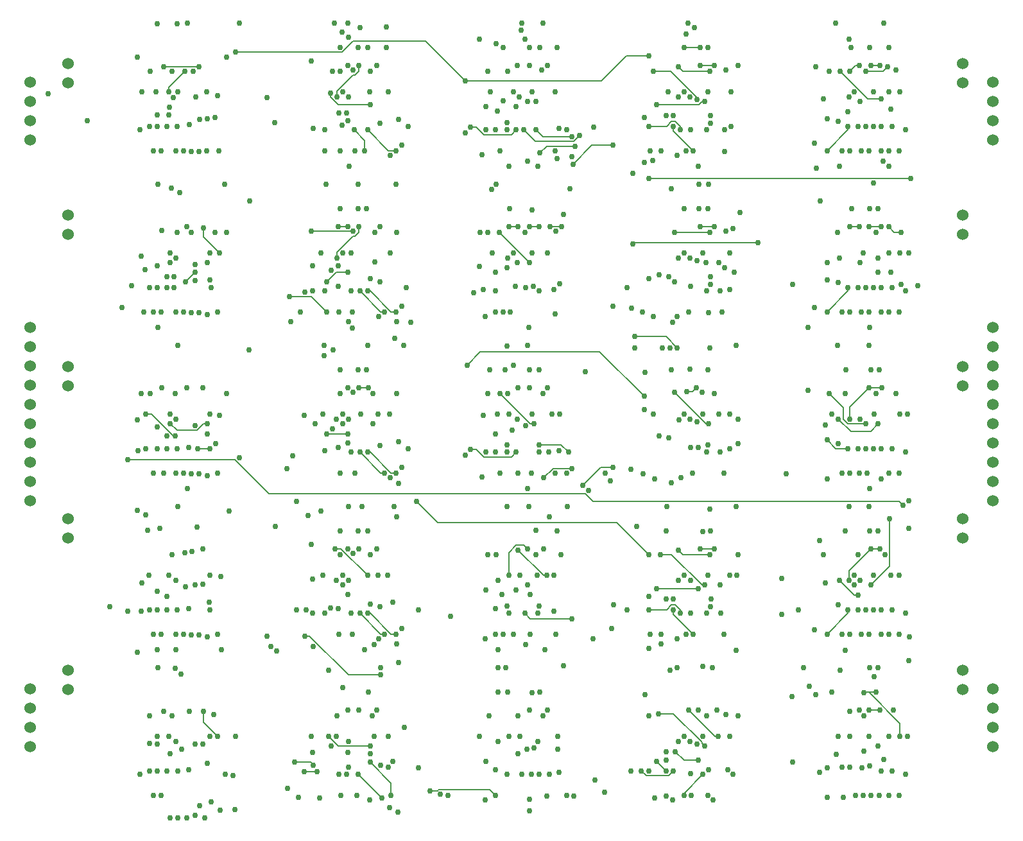
<source format=gbr>
G04 EAGLE Gerber RS-274X export*
G75*
%MOMM*%
%FSLAX34Y34*%
%LPD*%
%INCopper Layer 2*%
%IPPOS*%
%AMOC8*
5,1,8,0,0,1.08239X$1,22.5*%
G01*
%ADD10C,1.524000*%
%ADD11C,0.152400*%
%ADD12C,0.756400*%


D10*
X-100000Y435700D03*
X-100000Y461100D03*
X-100000Y486500D03*
X-100000Y511900D03*
X-100000Y537300D03*
X-100000Y562700D03*
X-100000Y588100D03*
X-100000Y613500D03*
X-100000Y638900D03*
X-100000Y664300D03*
X1170000Y435700D03*
X1170000Y461100D03*
X1170000Y486500D03*
X1170000Y511900D03*
X1170000Y537300D03*
X1170000Y562700D03*
X1170000Y588100D03*
X1170000Y613500D03*
X1170000Y638900D03*
X1170000Y664300D03*
X-100000Y111900D03*
X-100000Y137300D03*
X-100000Y162700D03*
X-100000Y188100D03*
X-100000Y911900D03*
X-100000Y937300D03*
X-100000Y962700D03*
X-100000Y988100D03*
X-50000Y187300D03*
X-50000Y212700D03*
X1130000Y187300D03*
X1130000Y212700D03*
X-50000Y387300D03*
X-50000Y412700D03*
X1130000Y387300D03*
X1130000Y412700D03*
X-50000Y587300D03*
X-50000Y612700D03*
X1130000Y587300D03*
X1130000Y612700D03*
X-50000Y787300D03*
X-50000Y812700D03*
X1130000Y787300D03*
X1130000Y812700D03*
X-50000Y987300D03*
X-50000Y1012700D03*
X1130000Y987300D03*
X1130000Y1012700D03*
X1170000Y911900D03*
X1170000Y937300D03*
X1170000Y962700D03*
X1170000Y988100D03*
X1170000Y111900D03*
X1170000Y137300D03*
X1170000Y162700D03*
X1170000Y188100D03*
D11*
X362500Y206250D02*
X320000Y206250D01*
X268750Y257500D01*
X262500Y257500D01*
D12*
X107500Y1066250D03*
X335000Y1060000D03*
X547500Y1056250D03*
X776250Y1060000D03*
X262500Y257500D03*
X212500Y257500D03*
X337500Y428750D03*
X223750Y402500D03*
X362500Y206250D03*
X557500Y428750D03*
X98750Y207500D03*
X800000Y216250D03*
X1018750Y216250D03*
X1007500Y452500D03*
X897500Y471250D03*
X1007500Y665000D03*
X926250Y665000D03*
X920000Y216250D03*
X1025000Y883750D03*
X320000Y672500D03*
X243750Y672500D03*
X557500Y665000D03*
X332500Y853750D03*
X190000Y831250D03*
X508750Y846250D03*
X782500Y853750D03*
X906250Y721250D03*
X93750Y790000D03*
X143750Y790000D03*
X312500Y762500D03*
X112500Y790000D03*
X91250Y577500D03*
X58750Y577500D03*
X87500Y365000D03*
X55000Y397500D03*
X312500Y337500D03*
X358750Y337500D03*
X286250Y337500D03*
X312500Y550000D03*
X358750Y550000D03*
X286250Y550000D03*
X336250Y550000D03*
X283750Y762500D03*
X537500Y762500D03*
X593750Y791250D03*
X562500Y762500D03*
X510000Y762500D03*
X717500Y897500D03*
X732500Y897500D03*
X765000Y897500D03*
X762500Y975000D03*
X793750Y975000D03*
X817500Y1003750D03*
X548750Y1066250D03*
X595000Y1033750D03*
X592500Y897500D03*
X741250Y975000D03*
X607500Y925000D03*
X87500Y1002500D03*
X58750Y1002500D03*
X318750Y1066250D03*
X370000Y1033750D03*
X312500Y975000D03*
X537500Y975000D03*
X562500Y975000D03*
X507500Y975000D03*
X762500Y550000D03*
X808750Y550000D03*
X787500Y550000D03*
X710000Y556250D03*
X762500Y762500D03*
X817500Y791250D03*
X787500Y762500D03*
X828750Y737500D03*
X987500Y975000D03*
X1042500Y1003750D03*
X1012500Y975000D03*
X982500Y1033750D03*
X1042500Y577500D03*
X957500Y550000D03*
X1013750Y550000D03*
X1018750Y737500D03*
X1035000Y737500D03*
X926250Y581250D03*
X936250Y1008750D03*
X987500Y337500D03*
X1035000Y337500D03*
X1012500Y337500D03*
X941250Y383750D03*
X891250Y333750D03*
X87500Y152500D03*
X142500Y153750D03*
X57500Y152500D03*
X531250Y550000D03*
X516250Y550000D03*
X562500Y550000D03*
X762500Y337500D03*
X793750Y337500D03*
X561250Y472500D03*
X592500Y472500D03*
X607500Y472500D03*
X595000Y396250D03*
X543750Y472500D03*
X558750Y42500D03*
X558750Y27500D03*
X762500Y125000D03*
X787500Y125000D03*
X817500Y153750D03*
X717500Y260000D03*
X732500Y260000D03*
X765000Y260000D03*
X593750Y260000D03*
X560000Y260000D03*
X560000Y312500D03*
X565000Y110000D03*
X588750Y550000D03*
X537500Y260000D03*
X282000Y44000D03*
X239500Y56500D03*
X217500Y243750D03*
X273750Y243750D03*
X386250Y222500D03*
X527500Y216250D03*
X603750Y218750D03*
X753750Y216250D03*
X85000Y102500D03*
X57500Y116250D03*
X100000Y108750D03*
X67500Y115000D03*
X117500Y115000D03*
X67500Y125000D03*
X110000Y158750D03*
X76250Y158750D03*
X82500Y125000D03*
X137500Y125000D03*
D11*
X128750Y143750D02*
X128750Y158750D01*
X128750Y143750D02*
X147500Y125000D01*
D12*
X128750Y158750D03*
X147500Y125000D03*
X92500Y118750D03*
X293750Y212500D03*
X271250Y125000D03*
X297500Y112500D03*
X318750Y103750D03*
X272500Y103750D03*
X348750Y102500D03*
X393750Y137500D03*
D11*
X348750Y112500D02*
X306250Y112500D01*
X293750Y125000D01*
D12*
X348750Y112500D03*
X293750Y125000D03*
X318750Y160000D03*
X351250Y152500D03*
X305000Y152500D03*
X333750Y160000D03*
X357500Y160000D03*
X312500Y190000D03*
X346250Y183750D03*
X372500Y125000D03*
X320000Y118750D03*
X517500Y216250D03*
X517500Y183750D03*
X543750Y102500D03*
X555000Y108750D03*
X505000Y152500D03*
X562500Y182500D03*
X530000Y183750D03*
X570000Y118750D03*
X517500Y118750D03*
X576250Y152500D03*
X543750Y152500D03*
X558750Y160000D03*
X582500Y160000D03*
X531250Y125000D03*
X572500Y183750D03*
X596250Y125000D03*
X546250Y125000D03*
X743750Y212500D03*
X711250Y180000D03*
X780000Y115000D03*
D11*
X786250Y116250D02*
X790000Y112500D01*
X786250Y116250D02*
X786250Y117500D01*
X748750Y155000D01*
X728750Y155000D01*
D12*
X790000Y112500D03*
X728750Y155000D03*
X792500Y152500D03*
X738750Y105000D03*
D11*
X762500Y93750D02*
X781250Y93750D01*
X762500Y93750D02*
X751250Y105000D01*
D12*
X781250Y93750D03*
X751250Y105000D03*
D11*
X803750Y125000D02*
X807500Y125000D01*
X803750Y125000D02*
X768750Y160000D01*
D12*
X807500Y125000D03*
X768750Y160000D03*
X755000Y118750D03*
X781250Y160000D03*
X806250Y160000D03*
X770000Y118750D03*
X822500Y125000D03*
X831250Y238750D03*
X975000Y238750D03*
X1038750Y160000D03*
X1057500Y125000D03*
X1000000Y152500D03*
D11*
X1001250Y183750D02*
X1006250Y183750D01*
X1016250Y183750D01*
X1001250Y183750D02*
X1000000Y182500D01*
X1047500Y142500D02*
X1047500Y125000D01*
X1047500Y142500D02*
X1006250Y183750D01*
D12*
X1016250Y183750D03*
X1000000Y182500D03*
X1047500Y125000D03*
D11*
X1021250Y160000D02*
X1006250Y160000D01*
D12*
X1006250Y160000D03*
X1021250Y160000D03*
X981250Y125000D03*
X993750Y160000D03*
X1032500Y125000D03*
X981250Y158750D03*
X1018750Y112500D03*
X966250Y125000D03*
X1006250Y125000D03*
X957500Y183750D03*
X968750Y212500D03*
X936250Y180000D03*
X1000000Y106250D03*
X645000Y67500D03*
X561250Y75000D03*
X657500Y51250D03*
X571250Y75000D03*
X585000Y75000D03*
X617500Y46250D03*
X597500Y77500D03*
X607500Y47500D03*
X171250Y125000D03*
X385000Y25000D03*
X596250Y108750D03*
X501250Y92500D03*
X833750Y152500D03*
X927500Y191250D03*
X1060000Y256250D03*
X716250Y152500D03*
X905000Y177500D03*
X41250Y236250D03*
X225000Y237500D03*
X492500Y125000D03*
D11*
X348750Y958750D02*
X306250Y958750D01*
X296250Y968750D01*
X296250Y973750D01*
X117500Y737500D02*
X105000Y725000D01*
D12*
X352500Y537500D03*
X513750Y523750D03*
X298750Y531250D03*
X303750Y125000D03*
X353750Y125000D03*
X353750Y246250D03*
X318750Y312500D03*
X127500Y115000D03*
X127500Y326250D03*
X296250Y295000D03*
X522500Y312500D03*
X-25000Y937500D03*
X123750Y938750D03*
X296250Y973750D03*
X348750Y958750D03*
X105000Y725000D03*
X117500Y737500D03*
X297500Y740000D03*
X355000Y751250D03*
X513750Y737500D03*
X523750Y963750D03*
X747500Y671250D03*
X795000Y683750D03*
X1048750Y721250D03*
X1071250Y720000D03*
X747500Y41250D03*
X801250Y41250D03*
X963750Y101250D03*
X581250Y46250D03*
X1026250Y95000D03*
X693750Y690000D03*
X1026250Y1066250D03*
X962500Y1066250D03*
X967500Y877500D03*
X1013750Y203750D03*
X1032500Y877500D03*
X517500Y240000D03*
X578750Y240000D03*
X67500Y240000D03*
X92500Y240000D03*
X152500Y240000D03*
X362500Y216250D03*
X345000Y641250D03*
X287500Y641250D03*
X570000Y877500D03*
X531250Y877500D03*
X733750Y637500D03*
X697500Y637500D03*
X695000Y867500D03*
X392500Y641250D03*
X5000Y296250D03*
X795000Y853750D03*
X45000Y75000D03*
X57500Y80000D03*
X62500Y47500D03*
X67500Y80000D03*
X72500Y47500D03*
X80000Y80000D03*
X85000Y17500D03*
X95000Y80000D03*
X95000Y17500D03*
X106250Y17500D03*
X108750Y81250D03*
X117500Y21250D03*
X123750Y33750D03*
X133750Y90000D03*
X130500Y17500D03*
X151000Y28000D03*
X167500Y73750D03*
X139196Y39196D03*
X170000Y29000D03*
X254000Y45000D03*
D11*
X248750Y91250D02*
X270000Y91250D01*
X273750Y87500D01*
D12*
X248750Y91250D03*
X273750Y87500D03*
D11*
X278750Y78750D02*
X261250Y78750D01*
D12*
X261250Y78750D03*
X278750Y78750D03*
X157500Y75000D03*
X307500Y75000D03*
X310000Y47500D03*
X317500Y75000D03*
X320000Y85000D03*
X331250Y47500D03*
D11*
X332500Y75000D02*
X363750Y43750D01*
D12*
X363750Y43750D03*
X332500Y75000D03*
D11*
X376250Y63750D02*
X376250Y47500D01*
X376250Y63750D02*
X348750Y91250D01*
D12*
X376250Y47500D03*
X348750Y91250D03*
X347500Y41250D03*
X373750Y31250D03*
X362500Y87500D03*
X372500Y85000D03*
X378750Y92500D03*
X412500Y83750D03*
X500000Y41250D03*
X513750Y81250D03*
D11*
X437500Y53750D02*
X427500Y53750D01*
X437500Y53750D02*
X438750Y55000D01*
X506250Y55000D01*
X513750Y47500D01*
D12*
X427500Y53750D03*
X513750Y47500D03*
X441250Y48750D03*
X451250Y47500D03*
X528750Y75000D03*
X548750Y75000D03*
X692500Y80000D03*
X723750Y43750D03*
D11*
X738750Y80000D02*
X726250Y92500D01*
D12*
X726250Y92500D03*
X738750Y80000D03*
X738750Y46250D03*
D11*
X712500Y73750D02*
X706250Y80000D01*
X712500Y73750D02*
X742500Y73750D01*
X748750Y80000D01*
D12*
X706250Y80000D03*
X748750Y80000D03*
X716250Y80000D03*
X738750Y93750D03*
X771250Y76250D03*
D11*
X762500Y50000D02*
X762500Y47500D01*
X762500Y50000D02*
X787500Y75000D01*
D12*
X762500Y47500D03*
X787500Y75000D03*
X772500Y47500D03*
X793750Y47500D03*
X795000Y81250D03*
X906250Y91250D03*
X941250Y77500D03*
X820000Y81250D03*
X827500Y75000D03*
X951250Y83750D03*
X951250Y45000D03*
X971250Y85000D03*
X972500Y45000D03*
X981250Y85000D03*
X988750Y47500D03*
X998750Y47500D03*
X997500Y83750D03*
X1008750Y47500D03*
X1007500Y86250D03*
X1020000Y47500D03*
X1022500Y80000D03*
X1032500Y47500D03*
X1037500Y80000D03*
X1046250Y47500D03*
X1055000Y75000D03*
X46250Y290000D03*
X57500Y292500D03*
X62500Y260000D03*
X67500Y292500D03*
X72500Y260000D03*
X80000Y292500D03*
X92500Y260000D03*
X93750Y292500D03*
X102500Y260000D03*
X112500Y258750D03*
X108750Y293750D03*
X122500Y258750D03*
X133750Y256250D03*
X137500Y292500D03*
X147500Y260000D03*
X136250Y302500D03*
X272500Y287500D03*
X263750Y292500D03*
X251250Y292500D03*
X288750Y287500D03*
X307500Y260000D03*
X306250Y293750D03*
X348750Y300000D03*
X325000Y260000D03*
X323750Y287500D03*
D11*
X362500Y260000D02*
X367500Y260000D01*
X362500Y260000D02*
X335000Y287500D01*
D12*
X367500Y260000D03*
X335000Y287500D03*
D11*
X376250Y260000D02*
X382500Y260000D01*
X376250Y260000D02*
X348750Y287500D01*
X345000Y287500D01*
D12*
X382500Y260000D03*
X345000Y287500D03*
X390000Y267500D03*
X361250Y296250D03*
X360000Y253750D03*
X378750Y302500D03*
X383750Y247500D03*
X412500Y292500D03*
X500000Y253750D03*
X513750Y293750D03*
X513750Y260000D03*
X523750Y260000D03*
X528750Y297500D03*
D11*
X560000Y280000D02*
X615000Y280000D01*
X560000Y280000D02*
X552500Y287500D01*
D12*
X615000Y280000D03*
X552500Y287500D03*
X571250Y297500D03*
X570000Y287500D03*
X667500Y267500D03*
X591250Y290000D03*
X642500Y253750D03*
X670000Y298750D03*
X687500Y292500D03*
X716250Y310000D03*
X716250Y241250D03*
X732500Y247500D03*
X738750Y306250D03*
X753750Y253750D03*
D11*
X740000Y292500D02*
X716250Y292500D01*
X740000Y292500D02*
X746250Y298750D01*
X751250Y298750D01*
X757500Y292500D01*
X757500Y287500D01*
D12*
X716250Y292500D03*
X757500Y287500D03*
X748750Y306250D03*
X771250Y287500D03*
D11*
X748750Y286250D02*
X748750Y292500D01*
X748750Y286250D02*
X775000Y260000D01*
D12*
X748750Y292500D03*
X775000Y260000D03*
X798750Y306250D03*
X792500Y287500D03*
X797500Y296250D03*
X811250Y287500D03*
X815000Y260000D03*
X913750Y292500D03*
X891250Y286250D03*
X935000Y266250D03*
D11*
X978750Y287500D02*
X978750Y292500D01*
X978750Y287500D02*
X951250Y260000D01*
D12*
X978750Y292500D03*
X951250Y260000D03*
X966250Y298750D03*
X971250Y260000D03*
X981250Y260000D03*
X992500Y292500D03*
X996250Y260000D03*
X1002500Y292500D03*
X1006250Y260000D03*
X1012500Y292500D03*
X1022500Y260000D03*
X1022500Y292500D03*
X1032500Y260000D03*
X1037500Y292500D03*
X1046250Y260000D03*
X1055000Y287500D03*
X42500Y502500D03*
X52500Y505000D03*
X62500Y472500D03*
X67500Y505000D03*
X76250Y472500D03*
X80000Y505000D03*
X92500Y472500D03*
X93750Y505000D03*
X102500Y472500D03*
X112500Y471250D03*
X108750Y506250D03*
X122500Y471250D03*
X133750Y468750D03*
D11*
X137500Y505000D02*
X121250Y505000D01*
D12*
X121250Y505000D03*
X137500Y505000D03*
X147500Y472500D03*
X145000Y511250D03*
X238750Y478750D03*
X246250Y495000D03*
X288750Y502500D03*
X176250Y492500D03*
X308750Y472500D03*
X318750Y512500D03*
X328750Y472500D03*
X323750Y500000D03*
D11*
X362500Y472500D02*
X367500Y472500D01*
X362500Y472500D02*
X335000Y500000D01*
D12*
X367500Y472500D03*
X335000Y500000D03*
D11*
X376250Y472500D02*
X382500Y472500D01*
X376250Y472500D02*
X348750Y500000D01*
X345000Y500000D01*
D12*
X382500Y472500D03*
X345000Y500000D03*
X390000Y480000D03*
X361250Y508750D03*
X375000Y466250D03*
X398750Y505000D03*
X386250Y513750D03*
X496250Y467500D03*
X501250Y500000D03*
X513750Y500000D03*
X520000Y472500D03*
X528750Y500000D03*
X528750Y510000D03*
D11*
X488750Y503750D02*
X481250Y503750D01*
X488750Y503750D02*
X498750Y493750D01*
X535000Y493750D01*
X541250Y500000D01*
D12*
X481250Y503750D03*
X541250Y500000D03*
X473750Y496250D03*
D11*
X600000Y510000D02*
X610000Y500000D01*
X600000Y510000D02*
X571250Y510000D01*
D12*
X610000Y500000D03*
X571250Y510000D03*
X571250Y500000D03*
D11*
X590000Y478750D02*
X615000Y478750D01*
X590000Y478750D02*
X577500Y466250D01*
D12*
X615000Y478750D03*
X577500Y466250D03*
D11*
X652500Y480000D02*
X668750Y480000D01*
X652500Y480000D02*
X628750Y456250D01*
D12*
X668750Y480000D03*
X628750Y456250D03*
X583750Y500000D03*
X658750Y472500D03*
X597500Y502500D03*
X665000Y462500D03*
X692500Y477500D03*
X708750Y471250D03*
X723750Y465000D03*
X730000Y521250D03*
X746250Y460000D03*
X758750Y466250D03*
X742500Y518750D03*
X771250Y506250D03*
X773750Y472500D03*
X781250Y506250D03*
X792500Y500000D03*
X793750Y510000D03*
X810000Y500000D03*
X815000Y472500D03*
X822500Y505000D03*
X833750Y511250D03*
X951250Y465000D03*
D11*
X962500Y505000D02*
X978750Y505000D01*
X962500Y505000D02*
X951250Y516250D01*
D12*
X978750Y505000D03*
X951250Y516250D03*
X966250Y511250D03*
X971250Y472500D03*
X981250Y472500D03*
X992500Y505000D03*
X993750Y472500D03*
X1002500Y505000D03*
X1003750Y472500D03*
X1012500Y505000D03*
X1022500Y465000D03*
X1022500Y505000D03*
X1032500Y472500D03*
X1037500Y505000D03*
X1046250Y472500D03*
X1055000Y500000D03*
X50000Y685000D03*
X57500Y717500D03*
X62500Y685000D03*
X67500Y717500D03*
X72500Y685000D03*
X80000Y717500D03*
X92500Y685000D03*
X90000Y717500D03*
X102500Y685000D03*
X112500Y683750D03*
X117500Y726250D03*
X122500Y683750D03*
X133750Y681250D03*
X138750Y717500D03*
X147500Y685000D03*
X137500Y727500D03*
X272500Y712500D03*
X262500Y711250D03*
X288750Y712500D03*
D11*
X271250Y705000D02*
X242500Y705000D01*
X271250Y705000D02*
X291250Y685000D01*
D12*
X242500Y705000D03*
X291250Y685000D03*
X307500Y685000D03*
X306250Y718750D03*
X348750Y728750D03*
X325000Y685000D03*
X323750Y712500D03*
D11*
X362500Y685000D02*
X367500Y685000D01*
X362500Y685000D02*
X335000Y712500D01*
D12*
X367500Y685000D03*
X335000Y712500D03*
D11*
X376250Y685000D02*
X382500Y685000D01*
X376250Y685000D02*
X348750Y712500D01*
X345000Y712500D01*
D12*
X382500Y685000D03*
X345000Y712500D03*
X390000Y692500D03*
X361250Y725000D03*
X360000Y678750D03*
X396250Y717500D03*
X383750Y672500D03*
X497500Y715000D03*
X500000Y678750D03*
X513750Y712500D03*
X513750Y685000D03*
X523750Y685000D03*
X533750Y685000D03*
X540000Y718750D03*
X485000Y710000D03*
X553750Y717500D03*
X563750Y718750D03*
X571250Y712500D03*
X668750Y692500D03*
X591250Y715000D03*
X592500Y682500D03*
X598750Y722500D03*
X687500Y717500D03*
X716250Y728750D03*
X707500Y685000D03*
X722500Y678750D03*
X730000Y733750D03*
X753750Y678750D03*
X750000Y725000D03*
X742500Y731250D03*
X771250Y718750D03*
X768750Y685000D03*
X797500Y731250D03*
X792500Y712500D03*
X797500Y721250D03*
X810000Y712500D03*
X812500Y685000D03*
X822500Y715000D03*
X951250Y727500D03*
X935000Y691250D03*
D11*
X978750Y712500D02*
X978750Y717500D01*
X978750Y712500D02*
X951250Y685000D01*
D12*
X978750Y717500D03*
X951250Y685000D03*
X966250Y723750D03*
X971250Y685000D03*
X981250Y685000D03*
X992500Y717500D03*
X996250Y685000D03*
X1002500Y717500D03*
X1006250Y685000D03*
X1012500Y717500D03*
X1022500Y685000D03*
X1022500Y717500D03*
X1032500Y685000D03*
X1037500Y717500D03*
X1046250Y685000D03*
X1055000Y712500D03*
X45000Y925000D03*
X57500Y930000D03*
X62500Y897500D03*
X67500Y930000D03*
X72500Y897500D03*
X80000Y930000D03*
X92500Y897500D03*
X93750Y930000D03*
X102500Y897500D03*
X112500Y896250D03*
X110000Y932500D03*
X122500Y896250D03*
X132500Y897500D03*
X133750Y940000D03*
X148750Y897500D03*
X143750Y941250D03*
X222500Y935000D03*
X273750Y927500D03*
X288750Y925000D03*
X288750Y897500D03*
X308750Y897500D03*
X311250Y931250D03*
X318750Y937500D03*
X328750Y897500D03*
D11*
X341250Y897500D02*
X341250Y911250D01*
X327500Y925000D01*
D12*
X341250Y897500D03*
X327500Y925000D03*
X317500Y947500D03*
D11*
X372500Y897500D02*
X382500Y897500D01*
X372500Y897500D02*
X345000Y925000D01*
D12*
X382500Y897500D03*
X345000Y925000D03*
X390000Y905000D03*
X361250Y933750D03*
X375000Y891250D03*
X398750Y930000D03*
X386250Y938750D03*
X496250Y892500D03*
X501250Y925000D03*
X513750Y925000D03*
X520000Y897500D03*
X528750Y925000D03*
X528750Y935000D03*
D11*
X488750Y928750D02*
X481250Y928750D01*
X488750Y928750D02*
X498750Y918750D01*
X535000Y918750D01*
X541250Y925000D01*
D12*
X481250Y928750D03*
X541250Y925000D03*
X473750Y921250D03*
D11*
X617500Y910000D02*
X625000Y917500D01*
X617500Y910000D02*
X566250Y910000D01*
X551250Y925000D01*
D12*
X625000Y917500D03*
X551250Y925000D03*
D11*
X576250Y916250D02*
X615000Y916250D01*
X576250Y916250D02*
X567500Y925000D01*
D12*
X615000Y916250D03*
X567500Y925000D03*
D11*
X581250Y903750D02*
X618750Y903750D01*
X581250Y903750D02*
X572500Y895000D01*
D12*
X618750Y903750D03*
X572500Y895000D03*
D11*
X641250Y905000D02*
X668750Y905000D01*
X641250Y905000D02*
X616250Y880000D01*
D12*
X668750Y905000D03*
X616250Y880000D03*
X643750Y928750D03*
X595000Y887500D03*
X597500Y927500D03*
X615000Y890000D03*
X710000Y941250D03*
X710000Y882500D03*
X721250Y885000D03*
X738750Y943750D03*
X753750Y891250D03*
D11*
X740000Y930000D02*
X716250Y930000D01*
X740000Y930000D02*
X746250Y936250D01*
X751250Y936250D01*
X757500Y930000D01*
X757500Y925000D01*
D12*
X716250Y930000D03*
X757500Y925000D03*
X748750Y943750D03*
X771250Y925000D03*
D11*
X748750Y923750D02*
X748750Y930000D01*
X748750Y923750D02*
X775000Y897500D01*
D12*
X748750Y930000D03*
X775000Y897500D03*
X797500Y943750D03*
X792500Y925000D03*
X797500Y933750D03*
X816250Y925000D03*
X816250Y896250D03*
X825000Y930000D03*
X951250Y940000D03*
X935000Y907500D03*
D11*
X978750Y925000D02*
X978750Y930000D01*
X978750Y925000D02*
X951250Y897500D01*
D12*
X978750Y930000D03*
X951250Y897500D03*
X966250Y936250D03*
X971250Y897500D03*
X981250Y897500D03*
X992500Y930000D03*
X996250Y897500D03*
X1002500Y930000D03*
X1006250Y897500D03*
X1012500Y930000D03*
X1022500Y897500D03*
X1022500Y930000D03*
X1032500Y897500D03*
X1037500Y930000D03*
X1046250Y897500D03*
X1055000Y925000D03*
X531250Y287500D03*
X306250Y506250D03*
X162500Y422500D03*
X283750Y422500D03*
X608750Y428750D03*
X740000Y428750D03*
X831250Y428750D03*
X980000Y428750D03*
X188750Y635000D03*
X300000Y635000D03*
D11*
X697500Y652500D02*
X738750Y652500D01*
X753750Y637500D01*
D12*
X697500Y652500D03*
X753750Y637500D03*
X831250Y641250D03*
X965000Y641250D03*
X156250Y853750D03*
X290000Y853750D03*
X612500Y847500D03*
X746250Y847500D03*
X68750Y216250D03*
X1058750Y225000D03*
X28750Y290000D03*
X176250Y1066250D03*
X301250Y1066250D03*
X52500Y417500D03*
X987500Y325000D03*
X946250Y365000D03*
D11*
X1008750Y325000D02*
X1033750Y350000D01*
X1033750Y412500D01*
D12*
X1008750Y325000D03*
X1033750Y412500D03*
X1007500Y396250D03*
X975000Y396250D03*
D11*
X987500Y311250D02*
X992500Y311250D01*
X987500Y311250D02*
X967500Y331250D01*
D12*
X992500Y311250D03*
X967500Y331250D03*
X1027500Y365000D03*
X992500Y365000D03*
D11*
X1008750Y372500D02*
X1021250Y372500D01*
X980000Y343750D02*
X980000Y331250D01*
X980000Y343750D02*
X1008750Y372500D01*
D12*
X1008750Y372500D03*
X1021250Y372500D03*
X980000Y331250D03*
X1018750Y396250D03*
X1046250Y337500D03*
X995000Y331250D03*
X380000Y428750D03*
X528750Y428750D03*
X80000Y310000D03*
X47500Y327500D03*
X105000Y322500D03*
X56250Y337500D03*
X117500Y325000D03*
X67500Y316250D03*
X103750Y367500D03*
X71250Y400000D03*
X137500Y337500D03*
X120000Y401250D03*
X82500Y337500D03*
X113750Y368750D03*
X127500Y372500D03*
X151250Y336250D03*
X92500Y331250D03*
X326250Y366250D03*
X271250Y378750D03*
X312500Y325000D03*
X272500Y332500D03*
X332500Y396250D03*
X308750Y396250D03*
D11*
X310000Y372500D02*
X345000Y337500D01*
X310000Y372500D02*
X302500Y372500D01*
D12*
X345000Y337500D03*
X302500Y372500D03*
X318750Y372500D03*
X348750Y365000D03*
X308750Y365000D03*
X333750Y372500D03*
X357500Y372500D03*
X303750Y331250D03*
X345000Y396250D03*
X371250Y337500D03*
X320000Y331250D03*
X541250Y318750D03*
X501250Y318750D03*
X556250Y325000D03*
X503750Y365000D03*
X567500Y365000D03*
X515000Y365000D03*
X568750Y337500D03*
X517500Y331250D03*
D11*
X577500Y337500D02*
X581250Y337500D01*
X577500Y337500D02*
X543750Y371250D01*
D12*
X581250Y337500D03*
X543750Y371250D03*
D11*
X531250Y367500D02*
X531250Y337500D01*
X531250Y367500D02*
X541250Y377500D01*
X551250Y377500D01*
X556250Y372500D01*
D12*
X531250Y337500D03*
X556250Y372500D03*
X577500Y372500D03*
X546250Y337500D03*
X591250Y337500D03*
X600000Y365000D03*
X567500Y397500D03*
D11*
X726250Y320000D02*
X781250Y320000D01*
D12*
X781250Y320000D03*
X726250Y320000D03*
D11*
X786250Y325000D02*
X790000Y325000D01*
X786250Y325000D02*
X746250Y365000D01*
X731250Y365000D01*
D12*
X790000Y325000D03*
X731250Y365000D03*
X787500Y395000D03*
X738750Y396250D03*
D11*
X761250Y365000D02*
X796250Y365000D01*
X761250Y365000D02*
X755000Y371250D01*
D12*
X796250Y365000D03*
X755000Y371250D03*
X810000Y325000D03*
X832500Y337500D03*
D11*
X802500Y372500D02*
X783750Y372500D01*
D12*
X783750Y372500D03*
X802500Y372500D03*
X755000Y331250D03*
X797500Y396250D03*
X822500Y337500D03*
X771250Y331250D03*
D11*
X170000Y490000D02*
X28750Y490000D01*
X170000Y490000D02*
X215000Y445000D01*
X632500Y445000D01*
X642500Y435000D01*
X1046250Y435000D01*
X1051250Y430000D01*
D12*
X1051250Y430000D03*
X28750Y490000D03*
X68750Y665000D03*
X80000Y521250D03*
X46250Y577500D03*
D11*
X88750Y521250D02*
X91250Y521250D01*
X88750Y521250D02*
X60000Y550000D01*
X52500Y550000D01*
D12*
X91250Y521250D03*
X52500Y550000D03*
X117500Y535000D03*
X67500Y533750D03*
X106250Y585000D03*
X73750Y585000D03*
D11*
X128750Y537500D02*
X133750Y537500D01*
X128750Y537500D02*
X120000Y528750D01*
X93750Y528750D01*
X85000Y537500D01*
D12*
X133750Y537500D03*
X85000Y537500D03*
X85000Y550000D03*
X137500Y550000D03*
X127500Y585000D03*
X150000Y548750D03*
X92500Y543750D03*
X326250Y578750D03*
X261250Y548750D03*
X312500Y537500D03*
X276250Y537500D03*
X332500Y608750D03*
X308750Y608750D03*
D11*
X318750Y523750D02*
X291250Y523750D01*
D12*
X318750Y523750D03*
X291250Y523750D03*
X318750Y585000D03*
X352500Y577500D03*
X308750Y577500D03*
D11*
X333750Y585000D02*
X346250Y585000D01*
D12*
X333750Y585000D03*
X346250Y585000D03*
X303750Y543750D03*
X343750Y608750D03*
X373750Y550000D03*
X320000Y543750D03*
X381250Y650000D03*
X528750Y640000D03*
X536250Y528750D03*
X497500Y548750D03*
X553750Y535000D03*
X503750Y577500D03*
X558750Y608750D03*
X526250Y608750D03*
D11*
X560000Y537500D02*
X565000Y537500D01*
X560000Y537500D02*
X520000Y577500D01*
D12*
X565000Y537500D03*
X520000Y577500D03*
X543750Y585000D03*
X576250Y577500D03*
X530000Y577500D03*
X558750Y585000D03*
X582500Y585000D03*
X537500Y615000D03*
X571250Y608750D03*
X598750Y550000D03*
X542500Y543750D03*
X743750Y637500D03*
X711250Y605000D03*
X780000Y540000D03*
X756250Y542500D03*
X722500Y550000D03*
X786250Y578750D03*
X746250Y608750D03*
D11*
X791250Y537500D02*
X795000Y537500D01*
X791250Y537500D02*
X750000Y578750D01*
D12*
X795000Y537500D03*
X750000Y578750D03*
X802500Y577500D03*
X770000Y610000D03*
D11*
X773750Y580000D02*
X766250Y580000D01*
X773750Y580000D02*
X778750Y585000D01*
D12*
X766250Y580000D03*
X778750Y585000D03*
X793750Y608750D03*
X822500Y550000D03*
X770000Y543750D03*
X1008750Y608750D03*
X976250Y608750D03*
D11*
X978750Y537500D02*
X1002500Y537500D01*
X978750Y537500D02*
X972500Y543750D01*
X972500Y558750D01*
X953750Y577500D01*
D12*
X1002500Y537500D03*
X953750Y577500D03*
D11*
X1008750Y527500D02*
X1018750Y537500D01*
X1008750Y527500D02*
X982500Y527500D01*
X966250Y543750D01*
D12*
X1018750Y537500D03*
X966250Y543750D03*
X1016250Y577500D03*
X975000Y577500D03*
D11*
X1006250Y585000D02*
X1023750Y585000D01*
X981250Y560000D02*
X981250Y543750D01*
X981250Y560000D02*
X1006250Y585000D01*
D12*
X1006250Y585000D03*
X1023750Y585000D03*
X981250Y543750D03*
X1020000Y608750D03*
X1047500Y550000D03*
X995000Y543750D03*
X21250Y691250D03*
X402500Y671250D03*
X68750Y853750D03*
X382500Y853750D03*
X515000Y853750D03*
X80000Y731250D03*
X46250Y758750D03*
X90000Y731250D03*
X51250Y741250D03*
X117500Y747500D03*
X67500Y746250D03*
X106250Y797500D03*
X73750Y792500D03*
X133750Y750000D03*
X85000Y750000D03*
X85000Y762500D03*
X137500Y762500D03*
D11*
X128750Y783750D02*
X128750Y796250D01*
X128750Y783750D02*
X150000Y762500D01*
D12*
X128750Y796250D03*
X150000Y762500D03*
X92500Y756250D03*
D11*
X271250Y791250D02*
X326250Y791250D01*
D12*
X326250Y791250D03*
X271250Y791250D03*
X306250Y746250D03*
X272500Y746250D03*
X332500Y821250D03*
X308750Y821250D03*
D11*
X303750Y737500D02*
X318750Y737500D01*
X303750Y737500D02*
X291250Y725000D01*
D12*
X318750Y737500D03*
X291250Y725000D03*
D11*
X306250Y797500D02*
X318750Y797500D01*
D12*
X318750Y797500D03*
X306250Y797500D03*
X355000Y790000D03*
D11*
X305000Y763750D02*
X305000Y756250D01*
X305000Y763750D02*
X326250Y785000D01*
X328750Y785000D01*
X333750Y790000D01*
X333750Y797500D01*
D12*
X333750Y797500D03*
X361250Y797500D03*
X305000Y756250D03*
X343750Y821250D03*
X375000Y762500D03*
X323750Y762500D03*
X528750Y743750D03*
X493750Y790000D03*
X542500Y750000D03*
X503750Y790000D03*
X562500Y820000D03*
X532500Y821250D03*
D11*
X518750Y790000D02*
X558750Y750000D01*
D12*
X558750Y750000D03*
X518750Y790000D03*
D11*
X531250Y797500D02*
X543750Y797500D01*
D12*
X543750Y797500D03*
X531250Y797500D03*
X582500Y762500D03*
D11*
X571250Y797500D02*
X558750Y797500D01*
D12*
X558750Y797500D03*
X571250Y797500D03*
X530000Y756250D03*
D11*
X586250Y797500D02*
X601250Y797500D01*
D12*
X586250Y797500D03*
X601250Y797500D03*
X552500Y790000D03*
X780000Y752500D03*
X816250Y743750D03*
X791250Y750000D03*
X808750Y750000D03*
X782500Y821250D03*
X762500Y821250D03*
D11*
X750000Y790000D02*
X796250Y790000D01*
D12*
X796250Y790000D03*
X750000Y790000D03*
D11*
X783750Y797500D02*
X802500Y797500D01*
D12*
X783750Y797500D03*
X802500Y797500D03*
X755000Y756250D03*
X793750Y821250D03*
X770000Y756250D03*
X822500Y762500D03*
X1007500Y821250D03*
X983750Y821250D03*
X995000Y750000D03*
X951250Y750000D03*
X1016250Y790000D03*
X965000Y790000D03*
X1018750Y756250D03*
X967500Y756250D03*
D11*
X981250Y797500D02*
X993750Y797500D01*
D12*
X993750Y797500D03*
X981250Y797500D03*
X1032500Y762500D03*
D11*
X1022500Y797500D02*
X1006250Y797500D01*
D12*
X1006250Y797500D03*
X1022500Y797500D03*
X1018750Y821250D03*
X1047500Y762500D03*
X998750Y762500D03*
D11*
X1040000Y790000D02*
X1048750Y790000D01*
X1040000Y790000D02*
X1032500Y797500D01*
D12*
X1048750Y790000D03*
X1032500Y797500D03*
D11*
X1061250Y861250D02*
X716250Y861250D01*
D12*
X1061250Y861250D03*
X86250Y848750D03*
X716250Y861250D03*
X67500Y1065000D03*
X83750Y955000D03*
X47500Y975000D03*
X82500Y945000D03*
X67500Y945000D03*
X118750Y968750D03*
X66250Y975000D03*
D11*
X76250Y1008750D02*
X122500Y1008750D01*
D12*
X122500Y1008750D03*
X76250Y1008750D03*
X132500Y975000D03*
X88750Y967500D03*
D11*
X82500Y975000D02*
X82500Y981250D01*
X103750Y1002500D01*
D12*
X82500Y975000D03*
X103750Y1002500D03*
X115000Y1002500D03*
X147500Y970000D03*
X95000Y975000D03*
X326250Y1003750D03*
X271250Y1016250D03*
X307500Y947500D03*
X212500Y967500D03*
X332500Y1033750D03*
X308750Y1033750D03*
X347500Y975000D03*
X298750Y1002500D03*
X318750Y1010000D03*
X348750Y1002500D03*
X308750Y1002500D03*
D11*
X305000Y976250D02*
X305000Y968750D01*
X305000Y976250D02*
X326250Y997500D01*
X328750Y997500D01*
X333750Y1002500D01*
X333750Y1010000D01*
D12*
X333750Y1010000D03*
X357500Y1010000D03*
X305000Y968750D03*
X345000Y1033750D03*
X372500Y975000D03*
X320000Y968750D03*
X541250Y956250D03*
X501250Y956250D03*
X556250Y962500D03*
X503750Y1002500D03*
X558750Y1033750D03*
X523750Y1033750D03*
X567500Y962500D03*
X516250Y950000D03*
X542500Y1010000D03*
X575000Y1003750D03*
X530000Y1002500D03*
X558750Y1010000D03*
X582500Y1010000D03*
X515000Y1038750D03*
X572500Y1033750D03*
X592500Y975000D03*
X545000Y968750D03*
D11*
X780000Y967500D02*
X780000Y965000D01*
X780000Y967500D02*
X745000Y1002500D01*
X722500Y1002500D01*
D12*
X780000Y965000D03*
X722500Y1002500D03*
D11*
X786250Y962500D02*
X790000Y962500D01*
X786250Y962500D02*
X782500Y958750D01*
X726250Y958750D01*
D12*
X790000Y962500D03*
X726250Y958750D03*
D11*
X762500Y1033750D02*
X783750Y1033750D01*
D12*
X783750Y1033750D03*
X762500Y1033750D03*
D11*
X761250Y1002500D02*
X796250Y1002500D01*
X761250Y1002500D02*
X755000Y1008750D01*
D12*
X796250Y1002500D03*
X755000Y1008750D03*
D11*
X783750Y1010000D02*
X802500Y1010000D01*
D12*
X783750Y1010000D03*
X802500Y1010000D03*
X755000Y968750D03*
X793750Y1033750D03*
X825000Y975000D03*
X770000Y968750D03*
X978750Y948750D03*
X946250Y966250D03*
X995000Y962500D03*
X953750Y1002500D03*
X1007500Y1033750D03*
X980000Y1045000D03*
D11*
X1005000Y966250D02*
X1022500Y966250D01*
X1005000Y966250D02*
X968750Y1002500D01*
D12*
X1022500Y966250D03*
X968750Y1002500D03*
D11*
X988750Y1010000D02*
X993750Y1010000D01*
X988750Y1010000D02*
X981250Y1002500D01*
D12*
X993750Y1010000D03*
X981250Y1002500D03*
X1032500Y975000D03*
D11*
X1021250Y1010000D02*
X1008750Y1010000D01*
D12*
X1008750Y1010000D03*
X1021250Y1010000D03*
X980000Y968750D03*
X1047500Y975000D03*
X1032500Y1033750D03*
D11*
X1025000Y1002500D02*
X1002500Y1002500D01*
X1025000Y1002500D02*
X1031250Y1008750D01*
D12*
X1002500Y1002500D03*
X1031250Y1008750D03*
D11*
X673750Y407500D02*
X716250Y365000D01*
X673750Y407500D02*
X437500Y407500D01*
X410000Y435000D01*
D12*
X948750Y327500D03*
X41250Y423750D03*
X251250Y435000D03*
X410000Y435000D03*
X266250Y416250D03*
X716250Y365000D03*
X1058750Y436250D03*
X107500Y452500D03*
X386250Y458750D03*
X585000Y415000D03*
X383750Y415000D03*
X833750Y365000D03*
X700000Y402500D03*
X1058750Y400000D03*
D11*
X710000Y573750D02*
X651250Y632500D01*
X493750Y632500D01*
X476250Y615000D01*
D12*
X948750Y536250D03*
X41250Y542500D03*
X133750Y523750D03*
X476250Y615000D03*
X287500Y627500D03*
X710000Y573750D03*
X833750Y543750D03*
X1057500Y550000D03*
X158750Y577500D03*
X383750Y577500D03*
X506250Y608750D03*
X632500Y606250D03*
D11*
X696250Y776250D02*
X860000Y776250D01*
X696250Y776250D02*
X695000Y775000D01*
D12*
X33750Y720000D03*
X256250Y685000D03*
X492500Y745000D03*
X695000Y775000D03*
X860000Y776250D03*
X942500Y831250D03*
X1058750Y762500D03*
X158750Y790000D03*
X383750Y790000D03*
X603750Y813750D03*
X827500Y795000D03*
X836250Y816250D03*
D11*
X473750Y990000D02*
X421250Y1042500D01*
X326250Y1042500D01*
X311250Y1027500D01*
X171250Y1027500D01*
X686250Y1022500D02*
X716250Y1022500D01*
X686250Y1022500D02*
X653750Y990000D01*
X473750Y990000D01*
D12*
X716250Y1022500D03*
X765000Y1051250D03*
X41250Y1021250D03*
X171250Y1027500D03*
X473750Y990000D03*
X833750Y1010000D03*
X1035000Y952500D03*
X158750Y1021250D03*
X320000Y1047500D03*
X552500Y1045000D03*
X492500Y1045000D03*
X-76250Y972500D03*
X455000Y283750D03*
X91250Y215000D03*
X341250Y240000D03*
X553750Y246250D03*
X787500Y217500D03*
X1007500Y216250D03*
X796250Y425000D03*
X1006250Y428750D03*
X95000Y428750D03*
X320000Y428750D03*
X556250Y452500D03*
X636250Y450000D03*
X796250Y637500D03*
X1006250Y641250D03*
X95000Y641250D03*
X325000Y663750D03*
X556250Y641250D03*
X1012500Y855000D03*
X97500Y842500D03*
X321250Y877500D03*
X556250Y883750D03*
X781250Y877500D03*
X937500Y875000D03*
X93750Y1065000D03*
X311250Y1053750D03*
X576250Y1066250D03*
X767500Y1066250D03*
X370000Y1061250D03*
M02*

</source>
